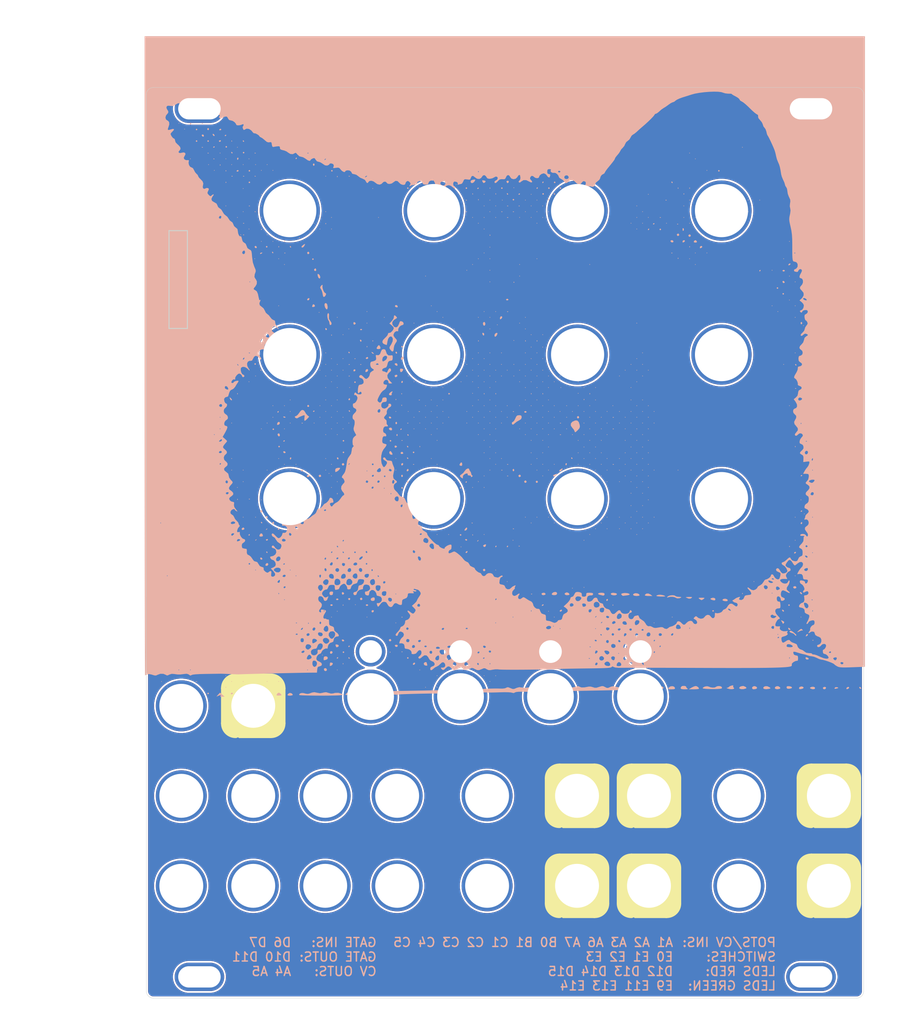
<source format=kicad_pcb>
(kicad_pcb (version 20211014) (generator pcbnew)
  (layers (0 "F.Cu" signal) (31 "B.Cu" signal) (34 "B.Paste" user) (35 "F.Paste" user) (36 "B.SilkS" user "B.Silkscreen") (37 "F.SilkS" user "F.Silkscreen") (38 "B.Mask" user) (39 "F.Mask" user) (44 "Edge.Cuts" user))
  (net 0 "")
  (footprint "foots:eurorack_mount_hole" (layer "F.Cu") (at 140.25 159.75)
    (fp_text reference "REF**")
    (fp_text value "eurorack_mount_hole")
    (pad "" thru_hole oval locked (at 0 0) (size 7 4) (drill oval 6 3) (layers *.Cu *.Mask))
  )
  (footprint "foots:eurorack_mount_hole" (layer "F.Cu") (at 140.25 37.25)
    (fp_text reference "REF**")
    (fp_text value "eurorack_mount_hole")
    (pad "" thru_hole oval locked (at 0 0) (size 7 4) (drill oval 6 3) (layers *.Cu *.Mask))
  )
  (footprint "foots:eurorack_mount_hole" (layer "F.Cu") (at 226.61 37.25)
    (fp_text reference "REF**")
    (fp_text value "eurorack_mount_hole")
    (pad "" thru_hole oval locked (at 0 0) (size 7 4) (drill oval 6 3) (layers *.Cu *.Mask))
  )
  (footprint "foots:eurorack_mount_hole" (layer "F.Cu") (at 226.61 159.75)
    (fp_text reference "REF**")
    (fp_text value "eurorack_mount_hole")
    (pad "" thru_hole oval locked (at 0 0) (size 7 4) (drill oval 6 3) (layers *.Cu *.Mask))
  )
  (footprint "foots:qingpu_panel_hole" (layer "F.Cu") (at 137.69 121.5)
    (fp_text reference "REF**")
    (fp_text value "qingpu_panel_hole")
    (pad "" thru_hole circle locked (at 0 0) (size 7.2 7.2) (drill 6.2) (layers *.Cu *.Mask))
  )
  (footprint "foots:qingpu_panel_hole" (layer "F.Cu") (at 147.85 121.5)
    (fp_text reference "REF**")
    (fp_text value "qingpu_panel_hole")
    (pad "" thru_hole circle locked (at 0 0) (size 7.2 7.2) (drill 6.2) (layers *.Cu *.Mask))
  )
  (footprint "foots:qingpu_panel_hole" (layer "F.Cu") (at 147.85 134.2)
    (fp_text reference "REF**")
    (fp_text value "qingpu_panel_hole")
    (pad "" thru_hole circle locked (at 0 0) (size 7.2 7.2) (drill 6.2) (layers *.Cu *.Mask))
  )
  (footprint "foots:qingpu_panel_hole" (layer "F.Cu") (at 137.69 134.2)
    (fp_text reference "REF**")
    (fp_text value "qingpu_panel_hole")
    (pad "" thru_hole circle locked (at 0 0) (size 7.2 7.2) (drill 6.2) (layers *.Cu *.Mask))
  )
  (footprint "foots:qingpu_panel_hole" (layer "F.Cu") (at 147.85 146.9)
    (fp_text reference "REF**")
    (fp_text value "qingpu_panel_hole")
    (pad "" thru_hole circle locked (at 0 0) (size 7.2 7.2) (drill 6.2) (layers *.Cu *.Mask))
  )
  (footprint "foots:qingpu_panel_hole" (layer "F.Cu") (at 137.69 146.9)
    (fp_text reference "REF**")
    (fp_text value "qingpu_panel_hole")
    (pad "" thru_hole circle locked (at 0 0) (size 7.2 7.2) (drill 6.2) (layers *.Cu *.Mask))
  )
  (footprint "foots:qingpu_panel_hole" (layer "F.Cu") (at 158.01 146.9)
    (fp_text reference "REF**")
    (fp_text value "qingpu_panel_hole")
    (pad "" thru_hole circle locked (at 0 0) (size 7.2 7.2) (drill 6.2) (layers *.Cu *.Mask))
  )
  (footprint "foots:qingpu_panel_hole" (layer "F.Cu") (at 158.01 134.2)
    (fp_text reference "REF**")
    (fp_text value "qingpu_panel_hole")
    (pad "" thru_hole circle locked (at 0 0) (size 7.2 7.2) (drill 6.2) (layers *.Cu *.Mask))
  )
  (footprint "foots:qingpu_panel_hole" (layer "F.Cu") (at 168.17 146.9)
    (fp_text reference "REF**")
    (fp_text value "qingpu_panel_hole")
    (pad "" thru_hole circle locked (at 0 0) (size 7.2 7.2) (drill 6.2) (layers *.Cu *.Mask))
  )
  (footprint "foots:qingpu_panel_hole" (layer "F.Cu") (at 168.17 134.2)
    (fp_text reference "REF**")
    (fp_text value "qingpu_panel_hole")
    (pad "" thru_hole circle locked (at 0 0) (size 7.2 7.2) (drill 6.2) (layers *.Cu *.Mask))
  )
  (footprint "foots:qingpu_panel_hole" (layer "F.Cu") (at 193.57 134.2)
    (fp_text reference "REF**")
    (fp_text value "qingpu_panel_hole")
    (pad "" thru_hole circle locked (at 0 0) (size 7.2 7.2) (drill 6.2) (layers *.Cu *.Mask))
  )
  (footprint "foots:qingpu_panel_hole" (layer "F.Cu") (at 193.57 146.9)
    (fp_text reference "REF**")
    (fp_text value "qingpu_panel_hole")
    (pad "" thru_hole circle locked (at 0 0) (size 7.2 7.2) (drill 6.2) (layers *.Cu *.Mask))
  )
  (footprint "foots:qingpu_panel_hole" (layer "F.Cu") (at 203.73 134.2)
    (fp_text reference "REF**")
    (fp_text value "qingpu_panel_hole")
    (pad "" thru_hole circle locked (at 0 0) (size 7.2 7.2) (drill 6.2) (layers *.Cu *.Mask))
  )
  (footprint "foots:qingpu_panel_hole" (layer "F.Cu") (at 203.73 146.9)
    (fp_text reference "REF**")
    (fp_text value "qingpu_panel_hole")
    (pad "" thru_hole circle locked (at 0 0) (size 7.2 7.2) (drill 6.2) (layers *.Cu *.Mask))
  )
  (footprint "foots:qingpu_panel_hole" (layer "F.Cu") (at 180.87 134.2)
    (fp_text reference "REF**")
    (fp_text value "qingpu_panel_hole")
    (pad "" thru_hole circle locked (at 0 0) (size 7.2 7.2) (drill 6.2) (layers *.Cu *.Mask))
  )
  (footprint "foots:qingpu_panel_hole" (layer "F.Cu") (at 180.87 146.9)
    (fp_text reference "REF**")
    (fp_text value "qingpu_panel_hole")
    (pad "" thru_hole circle locked (at 0 0) (size 7.2 7.2) (drill 6.2) (layers *.Cu *.Mask))
  )
  (footprint "foots:qingpu_panel_hole" (layer "F.Cu") (at 216.43 134.2)
    (fp_text reference "REF**")
    (fp_text value "qingpu_panel_hole")
    (pad "" thru_hole circle locked (at 0 0) (size 7.2 7.2) (drill 6.2) (layers *.Cu *.Mask))
  )
  (footprint "foots:qingpu_panel_hole" (layer "F.Cu") (at 216.43 146.9)
    (fp_text reference "REF**")
    (fp_text value "qingpu_panel_hole")
    (pad "" thru_hole circle locked (at 0 0) (size 7.2 7.2) (drill 6.2) (layers *.Cu *.Mask))
  )
  (footprint "foots:qingpu_panel_hole" (layer "F.Cu") (at 229.13 146.9)
    (fp_text reference "REF**")
    (fp_text value "qingpu_panel_hole")
    (pad "" thru_hole circle locked (at 0 0) (size 7.2 7.2) (drill 6.2) (layers *.Cu *.Mask))
  )
  (footprint "foots:qingpu_panel_hole" (layer "F.Cu") (at 229.13 134.2)
    (fp_text reference "REF**")
    (fp_text value "qingpu_panel_hole")
    (pad "" thru_hole circle locked (at 0 0) (size 7.2 7.2) (drill 6.2) (layers *.Cu *.Mask))
  )
  (footprint "foots:A56_cap_panel_hole" (layer "F.Cu") (at 164.42 120.2)
    (fp_text reference "REF**")
    (fp_text value "A56_cap_panel_hole")
    (pad "" thru_hole circle locked (at 0 0) (size 7.6 7.6) (drill 6.6) (layers *.Cu *.Mask))
  )
  (footprint "foots:A56_cap_panel_hole" (layer "F.Cu") (at 177.12 120.2)
    (fp_text reference "REF**")
    (fp_text value "A56_cap_panel_hole")
    (pad "" thru_hole circle locked (at 0 0) (size 7.6 7.6) (drill 6.6) (layers *.Cu *.Mask))
  )
  (footprint "foots:A56_cap_panel_hole" (layer "F.Cu") (at 189.82 120.2)
    (fp_text reference "REF**")
    (fp_text value "A56_cap_panel_hole")
    (pad "" thru_hole circle locked (at 0 0) (size 7.6 7.6) (drill 6.6) (layers *.Cu *.Mask))
  )
  (footprint "foots:A56_cap_panel_hole" (layer "F.Cu") (at 202.52 120.2)
    (fp_text reference "REF**")
    (fp_text value "A56_cap_panel_hole")
    (pad "" thru_hole circle locked (at 0 0) (size 7.6 7.6) (drill 6.6) (layers *.Cu *.Mask))
  )
  (footprint "foots:led_hole_3.2mm" (layer "F.Cu") (at 164.42 113.85)
    (fp_text reference "REF**" hide)
    (fp_text value "led_hole_3.2mm")
    (pad "" thru_hole circle locked (at 0 0) (size 4.2 4.2) (drill 3.2) (layers *.Cu *.Mask))
  )
  (footprint "foots:led_hole_3.2mm" (layer "F.Cu") (at 177.12 113.85)
    (fp_text reference "REF**" hide)
    (fp_text value "led_hole_3.2mm")
    (pad "" thru_hole circle locked (at 0 0) (size 4.2 4.2) (drill 3.2) (layers *.Cu *.Mask))
  )
  (footprint "foots:led_hole_3.2mm" (layer "F.Cu") (at 189.82 113.85)
    (fp_text reference "REF**" hide)
    (fp_text value "led_hole_3.2mm")
    (pad "" thru_hole circle locked (at 0 0) (size 4.2 4.2) (drill 3.2) (layers *.Cu *.Mask))
  )
  (footprint "foots:led_hole_3.2mm" (layer "F.Cu") (at 202.52 113.85)
    (fp_text reference "REF**" hide)
    (fp_text value "led_hole_3.2mm")
    (pad "" thru_hole circle locked (at 0 0) (size 4.2 4.2) (drill 3.2) (layers *.Cu *.Mask))
  )
  (footprint "foots:pot_hole" (layer "F.Cu") (at 153.01 92.26)
    (fp_text reference "REF**")
    (fp_text value "pot_hole")
    (pad "" thru_hole circle locked (at 0 0) (size 8.5 8.5) (drill 7.5) (layers *.Cu *.Mask))
  )
  (footprint "foots:pot_hole" (layer "F.Cu") (at 173.33 92.26)
    (fp_text reference "REF**")
    (fp_text value "pot_hole")
    (pad "" thru_hole circle locked (at 0 0) (size 8.5 8.5) (drill 7.5) (layers *.Cu *.Mask))
  )
  (footprint "foots:pot_hole" (layer "F.Cu") (at 193.65 92.26)
    (fp_text reference "REF**")
    (fp_text value "pot_hole")
    (pad "" thru_hole circle locked (at 0 0) (size 8.5 8.5) (drill 7.5) (layers *.Cu *.Mask))
  )
  (footprint "foots:pot_hole" (layer "F.Cu") (at 213.97 92.26)
    (fp_text reference "REF**")
    (fp_text value "pot_hole")
    (pad "" thru_hole circle locked (at 0 0) (size 8.5 8.5) (drill 7.5) (layers *.Cu *.Mask))
  )
  (footprint "foots:pot_hole" (layer "F.Cu") (at 153.01 71.94)
    (fp_text reference "REF**")
    (fp_text value "pot_hole")
    (pad "" thru_hole circle locked (at 0 0) (size 8.5 8.5) (drill 7.5) (layers *.Cu *.Mask))
  )
  (footprint "foots:pot_hole" (layer "F.Cu") (at 193.65 71.94)
    (fp_text reference "REF**")
    (fp_text value "pot_hole")
    (pad "" thru_hole circle locked (at 0 0) (size 8.5 8.5) (drill 7.5) (layers *.Cu *.Mask))
  )
  (footprint "foots:pot_hole" (layer "F.Cu") (at 173.33 71.94)
    (fp_text reference "REF**")
    (fp_text value "pot_hole")
    (pad "" thru_hole circle locked (at 0 0) (size 8.5 8.5) (drill 7.5) (layers *.Cu *.Mask))
  )
  (footprint "foots:pot_hole" (layer "F.Cu") (at 213.97 71.94)
    (fp_text reference "REF**")
    (fp_text value "pot_hole")
    (pad "" thru_hole circle locked (at 0 0) (size 8.5 8.5) (drill 7.5) (layers *.Cu *.Mask))
  )
  (footprint "foots:pot_hole" (layer "F.Cu") (at 153.01 51.62)
    (fp_text reference "REF**")
    (fp_text value "pot_hole")
    (pad "" thru_hole circle locked (at 0 0) (size 8.5 8.5) (drill 7.5) (layers *.Cu *.Mask))
  )
  (footprint "foots:pot_hole" (layer "F.Cu") (at 213.97 51.62)
    (fp_text reference "REF**")
    (fp_text value "pot_hole")
    (pad "" thru_hole circle locked (at 0 0) (size 8.5 8.5) (drill 7.5) (layers *.Cu *.Mask))
  )
  (footprint "foots:pot_hole" (layer "F.Cu") (at 193.65 51.62)
    (fp_text reference "REF**")
    (fp_text value "pot_hole")
    (pad "" thru_hole circle locked (at 0 0) (size 8.5 8.5) (drill 7.5) (layers *.Cu *.Mask))
  )
  (footprint "foots:pot_hole" (layer "F.Cu") (at 173.33 51.62)
    (fp_text reference "REF**")
    (fp_text value "pot_hole")
    (pad "" thru_hole circle locked (at 0 0) (size 8.5 8.5) (drill 7.5) (layers *.Cu *.Mask))
  )
  (footprint "foots:PJS008U-3000-0_FP_LARGER" (layer "F.Cu") (at 135.635 60.95 90)
    (fp_text reference "REF**" hide)
    (fp_text value "PJS008U-3000-0")
    (fp_line (start -7.3 0.32) (end 6.5 0.32) (layer "Edge.Cuts") (width 0.15))
    (fp_line (start 6.5 0.32) (end 6.5 2.92) (layer "Edge.Cuts") (width 0.15))
    (fp_line (start -7.3 2.92) (end 6.5 2.92) (layer "Edge.Cuts") (width 0.15))
    (fp_line (start -7.3 0.32) (end -7.3 2.92) (layer "Edge.Cuts") (width 0.15))
  )
  (footprint "foots:label_midi" (layer "F.Cu") (at 142.25 97.15)
    (fp_text reference "G***" hide)
    (fp_text value "LOGO" hide)
  )
  (footprint "foots:3.5mm_jack_output_silkscreen" (layer "F.Cu") (at 147.85 121.5)
    (fp_text reference "REF**" (at 0 0.5) (layer "F.SilkS"))
    (fp_text value "3.5mm_jack_output_silkscreen")
  )
  (footprint "foots:3.5mm_jack_output_silkscreen" (layer "F.Cu") (at 229.13 134.2)
    (fp_text reference "REF**" (at 0 0.5) (layer "F.SilkS"))
    (fp_text value "3.5mm_jack_output_silkscreen")
  )
  (footprint "foots:3.5mm_jack_output_silkscreen" (layer "F.Cu") (at 229.13 146.9)
    (fp_text reference "REF**" (at 0 0.5) (layer "F.SilkS"))
    (fp_text value "3.5mm_jack_output_silkscreen")
  )
  (footprint "foots:3.5mm_jack_output_silkscreen" (layer "F.Cu") (at 193.57 134.2)
    (fp_text reference "REF**" (at 0 0.5) (layer "F.SilkS"))
    (fp_text value "3.5mm_jack_output_silkscreen")
  )
  (footprint "foots:3.5mm_jack_output_silkscreen" (layer "F.Cu") (at 203.73 134.2)
    (fp_text reference "REF**" (at 0 0.5) (layer "F.SilkS"))
    (fp_text value "3.5mm_jack_output_silkscreen")
  )
  (footprint "foots:3.5mm_jack_output_silkscreen" (layer "F.Cu") (at 203.73 146.9)
    (fp_text reference "REF**" (at 0 0.5) (layer "F.SilkS"))
    (fp_text value "3.5mm_jack_output_silkscreen")
  )
  (footprint "foots:3.5mm_jack_output_silkscreen" (layer "F.Cu") (at 193.57 146.9)
    (fp_text reference "REF**")
    (fp_text value "3.5mm_jack_output_silkscreen")
  )
  (footprint "foots:zuzu-top_of_wardrobe" (layer "B.Cu") (at 183.423 77.811 180)
    (fp_text reference "G***" hide)
    (fp_text value "LOGO" hide)
  )
  (gr_line (start 132.75 35.25) (end 132.75 161.75) (layer "Edge.Cuts") (width 0.05))
  (gr_line (start 234.05 35.25) (end 234.05 161.75) (layer "Edge.Cuts") (width 0.05))
  (gr_line (start 133.75 34.25) (end 233.05 34.25) (layer "Edge.Cuts") (width 0.05))
  (gr_arc (start 133.75 162.75) (mid 133.042893 162.457107) (end 132.75 161.75) (layer "Edge.Cuts") (width 0.05))
  (gr_arc (start 234.05 161.75) (mid 233.757107 162.457107) (end 233.05 162.75) (layer "Edge.Cuts") (width 0.05))
  (gr_arc (start 233.05 34.25) (mid 233.757107 34.542893) (end 234.05 35.25) (layer "Edge.Cuts") (width 0.05))
  (gr_line (start 133.75 162.75) (end 233.05 162.75) (layer "Edge.Cuts") (width 0.05))
  (gr_arc (start 132.75 35.25) (mid 133.042893 34.542893) (end 133.75 34.25) (layer "Edge.Cuts") (width 0.05))
  (gr_text "PA1" (at 153.01 57.87) (layer "F.Cu") (effects (font (size 1.27 1.27))))
  (gr_text "PA2" (at 173.33 57.87) (layer "F.Cu") (effects (font (size 1.27 1.27))))
  (gr_text "PA3" (at 193.65 57.87) (layer "F.Cu") (effects (font (size 1.27 1.27))))
  (gr_text "PA6" (at 213.97 57.87) (layer "F.Cu") (effects (font (size 1.27 1.27))))
  (gr_text "PC1" (at 213.97 78.19) (layer "F.Cu") (effects (font (size 1.27 1.27))))
  (gr_text "PB0" (at 173.33 78.19) (layer "F.Cu") (effects (font (size 1.27 1.27))))
  (gr_text "PB1" (at 193.65 78.19) (layer "F.Cu") (effects (font (size 1.27 1.27))))
  (gr_text "PA7" (at 153.01 78.19) (layer "F.Cu") (effects (font (size 1.27 1.27))))
  (gr_text "PD12" (at 164.42 107.5) (layer "F.Cu") (effects (font (size 1.27 1.27))))
  (gr_text "PD13" (at 164.42 110.04) (layer "F.Cu") (effects (font (size 1.27 1.27))))
  (gr_text "PD15" (at 177.12 110.04) (layer "F.Cu") (effects (font (size 1.27 1.27))))
  (gr_text "PD14" (at 177.12 107.5) (layer "F.Cu") (effects (font (size 1.27 1.27))))
  (gr_text "PE9" (at 189.82 107.5) (layer "F.Cu") (effects (font (size 1.27 1.27))))
  (gr_text "PE11" (at 189.82 110.04) (layer "F.Cu") (effects (font (size 1.27 1.27))))
  (gr_text "PE14" (at 202.52 110.04) (layer "F.Cu") (effects (font (size 1.27 1.27))))
  (gr_text "PE13" (at 202.52 107.5) (layer "F.Cu") (effects (font (size 1.27 1.27))))
  (gr_text "PE0" (at 164.42 128.455) (layer "F.Cu") (effects (font (size 1.27 1.27))))
  (gr_text "PE1" (at 177.12 128.455) (layer "F.Cu") (effects (font (size 1.27 1.27))))
  (gr_text "PE2" (at 189.82 128.455) (layer "F.Cu") (effects (font (size 1.27 1.27))))
  (gr_text "PE3" (at 202.52 128.455) (layer "F.Cu") (effects (font (size 1.27 1.27))))
  (gr_text "PD6" (at 180.87 155.79) (layer "F.Cu") (effects (font (size 1.27 1.27))))
  (gr_text "PD7" (at 180.87 158.33) (layer "F.Cu") (effects (font (size 1.27 1.27))))
  (gr_text "PD11" (at 193.57 158.33) (layer "F.Cu") (effects (font (size 1.27 1.27))))
  (gr_text "PD10" (at 193.57 155.79) (layer "F.Cu") (effects (font (size 1.27 1.27))))
  (gr_text "PA5" (at 203.73 158.33) (layer "F.Cu") (effects (font (size 1.27 1.27))))
  (gr_text "PA4" (at 203.73 155.79) (layer "F.Cu") (effects (font (size 1.27 1.27))))
  (gr_text "PC2" (at 152.992666 98.502838) (layer "F.Cu") (effects (font (size 1.27 1.27))))
  (gr_text "PC5" (at 213.952666 98.502838) (layer "F.Cu") (effects (font (size 1.27 1.27))))
  (gr_text "PC4" (at 193.632666 98.502838) (layer "F.Cu") (effects (font (size 1.27 1.27))))
  (gr_text "PC3" (at 173.312666 98.502838) (layer "F.Cu") (effects (font (size 1.27 1.27))))
  (gr_text "A1 A2 A3 A6 A7 B0 B1 C1 C2 C3 C4 C5\nE0 E1 E2 E3\nD12 D13 D14 D15\nE9 E11 E13 E14" (at 207.257 157.948) (layer "B.SilkS") (effects (font (size 1.27 1.27) (thickness 0.2)) (justify left mirror)))
  (gr_text "D6 D7\nD10 D11\nA4 A5" (at 153.324 156.932) (layer "B.SilkS") (effects (font (size 1.27 1.27) (thickness 0.2)) (justify left mirror)))
  (gr_text "GATE INS:\nGATE OUTS:\nCV OUTS:" (at 165.389 156.932) (layer "B.SilkS") (effects (font (size 1.27 1.27) (thickness 0.2)) (justify left mirror)))
  (gr_text "JLCJLCJLCJLC" (at 231.81 100.925 90) (layer "B.SilkS") (effects (font (size 1 1)) (justify mirror)))
  (gr_text "POTS/CV INS:\nSWITCHES:\nLEDS RED:\nLEDS GREEN:" (at 221.777 157.948) (layer "B.SilkS") (effects (font (size 1.27 1.27) (thickness 0.2)) (justify left mirror)))
  (zone (net 0) (net_name "") (layer "F.Cu") (connect_pads (clearance 0)) (min_thickness 0.25)
    (keepout (tracks allowed) (vias allowed) (pads allowed) (copperpour not_allowed) (footprints allowed))
    (fill (thermal_gap 0.5) (thermal_bridge_width 0.5))
    (polygon (pts (xy 179.92288 111.39234) (xy 174.3171 111.39234) (xy 174.3171 108.76344) (xy 179.92288 108.76344)))
  )
  (zone (net 0) (net_name "") (layer "F.Cu") (connect_pads (clearance 0)) (min_thickness 0.25)
    (keepout (tracks allowed) (vias allowed) (pads allowed) (copperpour not_allowed) (footprints allowed))
    (fill (thermal_gap 0.5) (thermal_bridge_width 0.5))
    (polygon (pts (xy 192.62288 111.39234) (xy 187.0171 111.39234) (xy 187.0171 108.76344) (xy 192.62288 108.76344)))
  )
  (zone (net 0) (net_name "") (layer "F.Cu") (connect_pads (clearance 0)) (min_thickness 0.25)
    (keepout (tracks allowed) (vias allowed) (pads allowed) (copperpour not_allowed) (footprints allowed))
    (fill (thermal_gap 0.5) (thermal_bridge_width 0.5))
    (polygon (pts (xy 205.32288 111.39234) (xy 199.7171 111.39234) (xy 199.7171 108.76344) (xy 205.32288 108.76344)))
  )
  (zone (net 0) (net_name "") (layer "F.Cu") (connect_pads (clearance 0)) (min_thickness 0.25)
    (keepout (tracks allowed) (vias allowed) (pads allowed) (copperpour not_allowed) (footprints allowed))
    (fill (thermal_gap 0.5) (thermal_bridge_width 0.5))
    (polygon (pts (xy 167.22288 108.85234) (xy 161.6171 108.85234) (xy 161.6171 106.22344) (xy 167.22288 106.22344)))
  )
  (zone (net 0) (net_name "") (layer "F.Cu") (connect_pads (clearance 0)) (min_thickness 0.25)
    (keepout (tracks allowed) (vias allowed) (pads allowed) (copperpour not_allowed) (footprints allowed))
    (fill (thermal_gap 0.5) (thermal_bridge_width 0.5))
    (polygon (pts (xy 179.92288 108.85234) (xy 174.3171 108.85234) (xy 174.3171 106.22344) (xy 179.92288 106.22344)))
  )
  (zone (net 0) (net_name "") (layer "F.Cu") (connect_pads (clearance 0)) (min_thickness 0.25)
    (keepout (tracks allowed) (vias allowed) (pads allowed) (copperpour not_allowed) (footprints allowed))
    (fill (thermal_gap 0.5) (thermal_bridge_width 0.5))
    (polygon (pts (xy 192.62288 108.85234) (xy 187.0171 108.85234) (xy 187.0171 106.22344) (xy 192.62288 106.22344)))
  )
  (zone (net 0) (net_name "") (layer "F.Cu") (connect_pads (clearance 0)) (min_thickness 0.25)
    (keepout (tracks allowed) (vias allowed) (pads allowed) (copperpour not_allowed) (footprints allowed))
    (fill (thermal_gap 0.5) (thermal_bridge_width 0.5))
    (polygon (pts (xy 205.32288 108.85234) (xy 199.7171 108.85234) (xy 199.7171 106.22344) (xy 205.32288 106.22344)))
  )
  (zone (net 0) (net_name "") (layer "F.Cu") (connect_pads (clearance 0)) (min_thickness 0.25)
    (keepout (tracks allowed) (vias allowed) (pads allowed) (copperpour not_allowed) (footprints allowed))
    (fill (thermal_gap 0.5) (thermal_bridge_width 0.5))
    (polygon (pts (xy 167.22288 129.80734) (xy 161.6171 129.80734) (xy 161.6171 127.17844) (xy 167.22288 127.17844)))
  )
  (zone (net 0) (net_name "") (layer "F.Cu") (connect_pads (clearance 0)) (min_thickness 0.25)
    (keepout (tracks allowed) (vias allowed) (pads allowed) (copperpour not_allowed) (footprints allowed))
    (fill (thermal_gap 0.5) (thermal_bridge_width 0.5))
    (polygon (pts (xy 179.92288 129.80734) (xy 174.3171 129.80734) (xy 174.3171 127.17844) (xy 179.92288 127.17844)))
  )
  (zone (net 0) (net_name "") (layer "F.Cu") (connect_pads (clearance 0)) (min_thickness 0.25)
    (keepout (tracks allowed) (vias allowed) (pads allowed) (copperpour not_allowed) (footprints allowed))
    (fill (thermal_gap 0.5) (thermal_bridge_width 0.5))
    (polygon (pts (xy 192.62288 129.80734) (xy 187.0171 129.80734) (xy 187.0171 127.17844) (xy 192.62288 127.17844)))
  )
  (zone (net 0) (net_name "") (layer "F.Cu") (connect_pads (clearance 0)) (min_thickness 0.25)
    (keepout (tracks allowed) (vias allowed) (pads allowed) (copperpour not_allowed) (footprints allowed))
    (fill (thermal_gap 0.5) (thermal_bridge_width 0.5))
    (polygon (pts (xy 205.32288 129.80734) (xy 199.7171 129.80734) (xy 199.7171 127.17844) (xy 205.32288 127.17844)))
  )
  (zone (net 0) (net_name "") (layer "F.Cu") (connect_pads (clearance 0)) (min_thickness 0.25)
    (keepout (tracks allowed) (vias allowed) (pads allowed) (copperpour not_allowed) (footprints allowed))
    (fill (thermal_gap 0.5) (thermal_bridge_width 0.5))
    (polygon (pts (xy 183.73288 157.11234) (xy 178.1271 157.11234) (xy 178.1271 154.48344) (xy 183.73288 154.48344)))
  )
  (zone (net 0) (net_name "") (layer "F.Cu") (connect_pads (clearance 0)) (min_thickness 0.25)
    (keepout (tracks allowed) (vias allowed) (pads allowed) (copperpour not_allowed) (footprints allowed))
    (fill (thermal_gap 0.5) (thermal_bridge_width 0.5))
    (polygon (pts (xy 183.73288 159.65234) (xy 178.1271 159.65234) (xy 178.1271 157.02344) (xy 183.73288 157.02344)))
  )
  (zone (net 0) (net_name "") (layer "F.Cu") (connect_pads (clearance 0)) (min_thickness 0.25)
    (keepout (tracks allowed) (vias allowed) (pads allowed) (copperpour not_allowed) (footprints allowed))
    (fill (thermal_gap 0.5) (thermal_bridge_width 0.5))
    (polygon (pts (xy 196.43288 159.65234) (xy 190.8271 159.65234) (xy 190.8271 157.02344) (xy 196.43288 157.02344)))
  )
  (zone (net 0) (net_name "") (layer "F.Cu") (connect_pads (clearance 0)) (min_thickness 0.25)
    (keepout (tracks allowed) (vias allowed) (pads allowed) (copperpour not_allowed) (footprints allowed))
    (fill (thermal_gap 0.5) (thermal_bridge_width 0.5))
    (polygon (pts (xy 206.59288 159.65234) (xy 200.9871 159.65234) (xy 200.9871 157.02344) (xy 206.59288 157.02344)))
  )
  (zone (net 0) (net_name "") (layer "F.Cu") (connect_pads (clearance 0)) (min_thickness 0.25)
    (keepout (tracks allowed) (vias allowed) (pads allowed) (copperpour not_allowed) (footprints allowed))
    (fill (thermal_gap 0.5) (thermal_bridge_width 0.5))
    (polygon (pts (xy 196.43288 157.11234) (xy 190.8271 157.11234) (xy 190.8271 154.48344) (xy 196.43288 154.48344)))
  )
  (zone (net 0) (net_name "") (layer "F.Cu") (connect_pads (clearance 0)) (min_thickness 0.25)
    (keepout (tracks allowed) (vias allowed) (pads allowed) (copperpour not_allowed) (footprints allowed))
    (fill (thermal_gap 0.5) (thermal_bridge_width 0.5))
    (polygon (pts (xy 206.59288 157.11234) (xy 200.9871 157.11234) (xy 200.9871 154.48344) (xy 206.59288 154.48344)))
  )
  (zone (net 0) (net_name "") (layer "F.Cu") (connect_pads (clearance 0.25)) (min_thickness 0.25) (fill yes (thermal_gap 0.5) (thermal_bridge_width 0.5))
    (polygon (pts (xy 239.15 166.45) (xy 128.95 166.45) (xy 128.95 30.55) (xy 239.15 30.55)))
  )
  (zone (net 0) (net_name "") (layer "F.Cu") (connect_pads (clearance 0)) (min_thickness 0.25)
    (keepout (tracks allowed) (vias allowed) (pads allowed) (copperpour not_allowed) (footprints allowed))
    (fill (thermal_gap 0.5) (thermal_bridge_width 0.5))
    (polygon (pts (xy 167.22288 111.39234) (xy 161.6171 111.39234) (xy 161.6171 108.76344) (xy 167.22288 108.76344)))
  )
  (zone (net 0) (net_name "") (layer "B.Cu") (connect_pads (clearance 0.25)) (min_thickness 0.25) (fill yes (thermal_gap 0.5) (thermal_bridge_width 0.5))
    (polygon (pts (xy 238.848001 166.15) (xy 128.648001 166.15) (xy 128.648001 30.25) (xy 238.848001 30.25)))
  )
)
</source>
